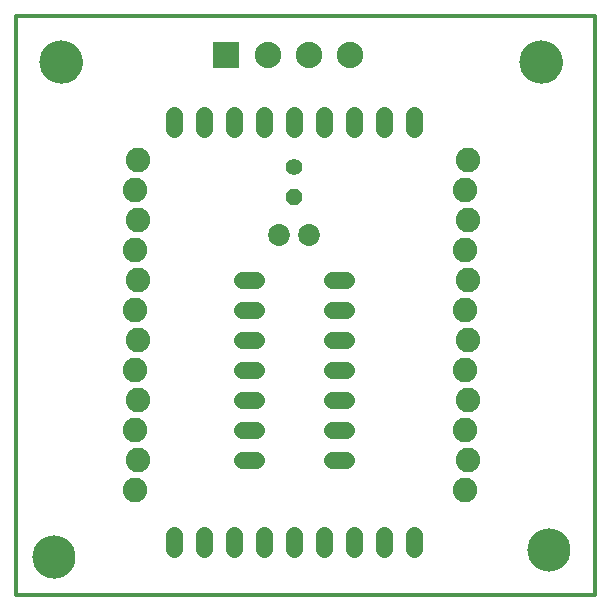
<source format=gbs>
G75*
%MOIN*%
%OFA0B0*%
%FSLAX25Y25*%
%IPPOS*%
%LPD*%
%AMOC8*
5,1,8,0,0,1.08239X$1,22.5*
%
%ADD10C,0.01200*%
%ADD11C,0.00000*%
%ADD12C,0.14400*%
%ADD13C,0.08200*%
%ADD14C,0.05600*%
%ADD15C,0.07300*%
%ADD16R,0.08800X0.08800*%
%ADD17C,0.08800*%
%ADD18C,0.05600*%
%ADD19OC8,0.05600*%
D10*
X0011733Y0001600D02*
X0011733Y0194513D01*
X0204647Y0194513D01*
X0204647Y0001600D01*
X0011733Y0001600D01*
D11*
X0017433Y0014100D02*
X0017435Y0014267D01*
X0017441Y0014434D01*
X0017451Y0014600D01*
X0017466Y0014767D01*
X0017484Y0014932D01*
X0017507Y0015098D01*
X0017533Y0015263D01*
X0017564Y0015427D01*
X0017598Y0015590D01*
X0017637Y0015752D01*
X0017679Y0015914D01*
X0017726Y0016074D01*
X0017776Y0016233D01*
X0017831Y0016391D01*
X0017889Y0016547D01*
X0017951Y0016702D01*
X0018016Y0016856D01*
X0018086Y0017007D01*
X0018159Y0017157D01*
X0018236Y0017305D01*
X0018316Y0017452D01*
X0018400Y0017596D01*
X0018488Y0017738D01*
X0018579Y0017878D01*
X0018673Y0018015D01*
X0018771Y0018151D01*
X0018872Y0018284D01*
X0018977Y0018414D01*
X0019084Y0018542D01*
X0019195Y0018667D01*
X0019308Y0018789D01*
X0019425Y0018908D01*
X0019544Y0019025D01*
X0019666Y0019138D01*
X0019791Y0019249D01*
X0019919Y0019356D01*
X0020049Y0019461D01*
X0020182Y0019562D01*
X0020318Y0019660D01*
X0020455Y0019754D01*
X0020595Y0019845D01*
X0020737Y0019933D01*
X0020881Y0020017D01*
X0021028Y0020097D01*
X0021176Y0020174D01*
X0021326Y0020247D01*
X0021477Y0020317D01*
X0021631Y0020382D01*
X0021786Y0020444D01*
X0021942Y0020502D01*
X0022100Y0020557D01*
X0022259Y0020607D01*
X0022419Y0020654D01*
X0022581Y0020696D01*
X0022743Y0020735D01*
X0022906Y0020769D01*
X0023070Y0020800D01*
X0023235Y0020826D01*
X0023401Y0020849D01*
X0023566Y0020867D01*
X0023733Y0020882D01*
X0023899Y0020892D01*
X0024066Y0020898D01*
X0024233Y0020900D01*
X0024400Y0020898D01*
X0024567Y0020892D01*
X0024733Y0020882D01*
X0024900Y0020867D01*
X0025065Y0020849D01*
X0025231Y0020826D01*
X0025396Y0020800D01*
X0025560Y0020769D01*
X0025723Y0020735D01*
X0025885Y0020696D01*
X0026047Y0020654D01*
X0026207Y0020607D01*
X0026366Y0020557D01*
X0026524Y0020502D01*
X0026680Y0020444D01*
X0026835Y0020382D01*
X0026989Y0020317D01*
X0027140Y0020247D01*
X0027290Y0020174D01*
X0027438Y0020097D01*
X0027585Y0020017D01*
X0027729Y0019933D01*
X0027871Y0019845D01*
X0028011Y0019754D01*
X0028148Y0019660D01*
X0028284Y0019562D01*
X0028417Y0019461D01*
X0028547Y0019356D01*
X0028675Y0019249D01*
X0028800Y0019138D01*
X0028922Y0019025D01*
X0029041Y0018908D01*
X0029158Y0018789D01*
X0029271Y0018667D01*
X0029382Y0018542D01*
X0029489Y0018414D01*
X0029594Y0018284D01*
X0029695Y0018151D01*
X0029793Y0018015D01*
X0029887Y0017878D01*
X0029978Y0017738D01*
X0030066Y0017596D01*
X0030150Y0017452D01*
X0030230Y0017305D01*
X0030307Y0017157D01*
X0030380Y0017007D01*
X0030450Y0016856D01*
X0030515Y0016702D01*
X0030577Y0016547D01*
X0030635Y0016391D01*
X0030690Y0016233D01*
X0030740Y0016074D01*
X0030787Y0015914D01*
X0030829Y0015752D01*
X0030868Y0015590D01*
X0030902Y0015427D01*
X0030933Y0015263D01*
X0030959Y0015098D01*
X0030982Y0014932D01*
X0031000Y0014767D01*
X0031015Y0014600D01*
X0031025Y0014434D01*
X0031031Y0014267D01*
X0031033Y0014100D01*
X0031031Y0013933D01*
X0031025Y0013766D01*
X0031015Y0013600D01*
X0031000Y0013433D01*
X0030982Y0013268D01*
X0030959Y0013102D01*
X0030933Y0012937D01*
X0030902Y0012773D01*
X0030868Y0012610D01*
X0030829Y0012448D01*
X0030787Y0012286D01*
X0030740Y0012126D01*
X0030690Y0011967D01*
X0030635Y0011809D01*
X0030577Y0011653D01*
X0030515Y0011498D01*
X0030450Y0011344D01*
X0030380Y0011193D01*
X0030307Y0011043D01*
X0030230Y0010895D01*
X0030150Y0010748D01*
X0030066Y0010604D01*
X0029978Y0010462D01*
X0029887Y0010322D01*
X0029793Y0010185D01*
X0029695Y0010049D01*
X0029594Y0009916D01*
X0029489Y0009786D01*
X0029382Y0009658D01*
X0029271Y0009533D01*
X0029158Y0009411D01*
X0029041Y0009292D01*
X0028922Y0009175D01*
X0028800Y0009062D01*
X0028675Y0008951D01*
X0028547Y0008844D01*
X0028417Y0008739D01*
X0028284Y0008638D01*
X0028148Y0008540D01*
X0028011Y0008446D01*
X0027871Y0008355D01*
X0027729Y0008267D01*
X0027585Y0008183D01*
X0027438Y0008103D01*
X0027290Y0008026D01*
X0027140Y0007953D01*
X0026989Y0007883D01*
X0026835Y0007818D01*
X0026680Y0007756D01*
X0026524Y0007698D01*
X0026366Y0007643D01*
X0026207Y0007593D01*
X0026047Y0007546D01*
X0025885Y0007504D01*
X0025723Y0007465D01*
X0025560Y0007431D01*
X0025396Y0007400D01*
X0025231Y0007374D01*
X0025065Y0007351D01*
X0024900Y0007333D01*
X0024733Y0007318D01*
X0024567Y0007308D01*
X0024400Y0007302D01*
X0024233Y0007300D01*
X0024066Y0007302D01*
X0023899Y0007308D01*
X0023733Y0007318D01*
X0023566Y0007333D01*
X0023401Y0007351D01*
X0023235Y0007374D01*
X0023070Y0007400D01*
X0022906Y0007431D01*
X0022743Y0007465D01*
X0022581Y0007504D01*
X0022419Y0007546D01*
X0022259Y0007593D01*
X0022100Y0007643D01*
X0021942Y0007698D01*
X0021786Y0007756D01*
X0021631Y0007818D01*
X0021477Y0007883D01*
X0021326Y0007953D01*
X0021176Y0008026D01*
X0021028Y0008103D01*
X0020881Y0008183D01*
X0020737Y0008267D01*
X0020595Y0008355D01*
X0020455Y0008446D01*
X0020318Y0008540D01*
X0020182Y0008638D01*
X0020049Y0008739D01*
X0019919Y0008844D01*
X0019791Y0008951D01*
X0019666Y0009062D01*
X0019544Y0009175D01*
X0019425Y0009292D01*
X0019308Y0009411D01*
X0019195Y0009533D01*
X0019084Y0009658D01*
X0018977Y0009786D01*
X0018872Y0009916D01*
X0018771Y0010049D01*
X0018673Y0010185D01*
X0018579Y0010322D01*
X0018488Y0010462D01*
X0018400Y0010604D01*
X0018316Y0010748D01*
X0018236Y0010895D01*
X0018159Y0011043D01*
X0018086Y0011193D01*
X0018016Y0011344D01*
X0017951Y0011498D01*
X0017889Y0011653D01*
X0017831Y0011809D01*
X0017776Y0011967D01*
X0017726Y0012126D01*
X0017679Y0012286D01*
X0017637Y0012448D01*
X0017598Y0012610D01*
X0017564Y0012773D01*
X0017533Y0012937D01*
X0017507Y0013102D01*
X0017484Y0013268D01*
X0017466Y0013433D01*
X0017451Y0013600D01*
X0017441Y0013766D01*
X0017435Y0013933D01*
X0017433Y0014100D01*
X0182433Y0016600D02*
X0182435Y0016767D01*
X0182441Y0016934D01*
X0182451Y0017100D01*
X0182466Y0017267D01*
X0182484Y0017432D01*
X0182507Y0017598D01*
X0182533Y0017763D01*
X0182564Y0017927D01*
X0182598Y0018090D01*
X0182637Y0018252D01*
X0182679Y0018414D01*
X0182726Y0018574D01*
X0182776Y0018733D01*
X0182831Y0018891D01*
X0182889Y0019047D01*
X0182951Y0019202D01*
X0183016Y0019356D01*
X0183086Y0019507D01*
X0183159Y0019657D01*
X0183236Y0019805D01*
X0183316Y0019952D01*
X0183400Y0020096D01*
X0183488Y0020238D01*
X0183579Y0020378D01*
X0183673Y0020515D01*
X0183771Y0020651D01*
X0183872Y0020784D01*
X0183977Y0020914D01*
X0184084Y0021042D01*
X0184195Y0021167D01*
X0184308Y0021289D01*
X0184425Y0021408D01*
X0184544Y0021525D01*
X0184666Y0021638D01*
X0184791Y0021749D01*
X0184919Y0021856D01*
X0185049Y0021961D01*
X0185182Y0022062D01*
X0185318Y0022160D01*
X0185455Y0022254D01*
X0185595Y0022345D01*
X0185737Y0022433D01*
X0185881Y0022517D01*
X0186028Y0022597D01*
X0186176Y0022674D01*
X0186326Y0022747D01*
X0186477Y0022817D01*
X0186631Y0022882D01*
X0186786Y0022944D01*
X0186942Y0023002D01*
X0187100Y0023057D01*
X0187259Y0023107D01*
X0187419Y0023154D01*
X0187581Y0023196D01*
X0187743Y0023235D01*
X0187906Y0023269D01*
X0188070Y0023300D01*
X0188235Y0023326D01*
X0188401Y0023349D01*
X0188566Y0023367D01*
X0188733Y0023382D01*
X0188899Y0023392D01*
X0189066Y0023398D01*
X0189233Y0023400D01*
X0189400Y0023398D01*
X0189567Y0023392D01*
X0189733Y0023382D01*
X0189900Y0023367D01*
X0190065Y0023349D01*
X0190231Y0023326D01*
X0190396Y0023300D01*
X0190560Y0023269D01*
X0190723Y0023235D01*
X0190885Y0023196D01*
X0191047Y0023154D01*
X0191207Y0023107D01*
X0191366Y0023057D01*
X0191524Y0023002D01*
X0191680Y0022944D01*
X0191835Y0022882D01*
X0191989Y0022817D01*
X0192140Y0022747D01*
X0192290Y0022674D01*
X0192438Y0022597D01*
X0192585Y0022517D01*
X0192729Y0022433D01*
X0192871Y0022345D01*
X0193011Y0022254D01*
X0193148Y0022160D01*
X0193284Y0022062D01*
X0193417Y0021961D01*
X0193547Y0021856D01*
X0193675Y0021749D01*
X0193800Y0021638D01*
X0193922Y0021525D01*
X0194041Y0021408D01*
X0194158Y0021289D01*
X0194271Y0021167D01*
X0194382Y0021042D01*
X0194489Y0020914D01*
X0194594Y0020784D01*
X0194695Y0020651D01*
X0194793Y0020515D01*
X0194887Y0020378D01*
X0194978Y0020238D01*
X0195066Y0020096D01*
X0195150Y0019952D01*
X0195230Y0019805D01*
X0195307Y0019657D01*
X0195380Y0019507D01*
X0195450Y0019356D01*
X0195515Y0019202D01*
X0195577Y0019047D01*
X0195635Y0018891D01*
X0195690Y0018733D01*
X0195740Y0018574D01*
X0195787Y0018414D01*
X0195829Y0018252D01*
X0195868Y0018090D01*
X0195902Y0017927D01*
X0195933Y0017763D01*
X0195959Y0017598D01*
X0195982Y0017432D01*
X0196000Y0017267D01*
X0196015Y0017100D01*
X0196025Y0016934D01*
X0196031Y0016767D01*
X0196033Y0016600D01*
X0196031Y0016433D01*
X0196025Y0016266D01*
X0196015Y0016100D01*
X0196000Y0015933D01*
X0195982Y0015768D01*
X0195959Y0015602D01*
X0195933Y0015437D01*
X0195902Y0015273D01*
X0195868Y0015110D01*
X0195829Y0014948D01*
X0195787Y0014786D01*
X0195740Y0014626D01*
X0195690Y0014467D01*
X0195635Y0014309D01*
X0195577Y0014153D01*
X0195515Y0013998D01*
X0195450Y0013844D01*
X0195380Y0013693D01*
X0195307Y0013543D01*
X0195230Y0013395D01*
X0195150Y0013248D01*
X0195066Y0013104D01*
X0194978Y0012962D01*
X0194887Y0012822D01*
X0194793Y0012685D01*
X0194695Y0012549D01*
X0194594Y0012416D01*
X0194489Y0012286D01*
X0194382Y0012158D01*
X0194271Y0012033D01*
X0194158Y0011911D01*
X0194041Y0011792D01*
X0193922Y0011675D01*
X0193800Y0011562D01*
X0193675Y0011451D01*
X0193547Y0011344D01*
X0193417Y0011239D01*
X0193284Y0011138D01*
X0193148Y0011040D01*
X0193011Y0010946D01*
X0192871Y0010855D01*
X0192729Y0010767D01*
X0192585Y0010683D01*
X0192438Y0010603D01*
X0192290Y0010526D01*
X0192140Y0010453D01*
X0191989Y0010383D01*
X0191835Y0010318D01*
X0191680Y0010256D01*
X0191524Y0010198D01*
X0191366Y0010143D01*
X0191207Y0010093D01*
X0191047Y0010046D01*
X0190885Y0010004D01*
X0190723Y0009965D01*
X0190560Y0009931D01*
X0190396Y0009900D01*
X0190231Y0009874D01*
X0190065Y0009851D01*
X0189900Y0009833D01*
X0189733Y0009818D01*
X0189567Y0009808D01*
X0189400Y0009802D01*
X0189233Y0009800D01*
X0189066Y0009802D01*
X0188899Y0009808D01*
X0188733Y0009818D01*
X0188566Y0009833D01*
X0188401Y0009851D01*
X0188235Y0009874D01*
X0188070Y0009900D01*
X0187906Y0009931D01*
X0187743Y0009965D01*
X0187581Y0010004D01*
X0187419Y0010046D01*
X0187259Y0010093D01*
X0187100Y0010143D01*
X0186942Y0010198D01*
X0186786Y0010256D01*
X0186631Y0010318D01*
X0186477Y0010383D01*
X0186326Y0010453D01*
X0186176Y0010526D01*
X0186028Y0010603D01*
X0185881Y0010683D01*
X0185737Y0010767D01*
X0185595Y0010855D01*
X0185455Y0010946D01*
X0185318Y0011040D01*
X0185182Y0011138D01*
X0185049Y0011239D01*
X0184919Y0011344D01*
X0184791Y0011451D01*
X0184666Y0011562D01*
X0184544Y0011675D01*
X0184425Y0011792D01*
X0184308Y0011911D01*
X0184195Y0012033D01*
X0184084Y0012158D01*
X0183977Y0012286D01*
X0183872Y0012416D01*
X0183771Y0012549D01*
X0183673Y0012685D01*
X0183579Y0012822D01*
X0183488Y0012962D01*
X0183400Y0013104D01*
X0183316Y0013248D01*
X0183236Y0013395D01*
X0183159Y0013543D01*
X0183086Y0013693D01*
X0183016Y0013844D01*
X0182951Y0013998D01*
X0182889Y0014153D01*
X0182831Y0014309D01*
X0182776Y0014467D01*
X0182726Y0014626D01*
X0182679Y0014786D01*
X0182637Y0014948D01*
X0182598Y0015110D01*
X0182564Y0015273D01*
X0182533Y0015437D01*
X0182507Y0015602D01*
X0182484Y0015768D01*
X0182466Y0015933D01*
X0182451Y0016100D01*
X0182441Y0016266D01*
X0182435Y0016433D01*
X0182433Y0016600D01*
X0179933Y0179100D02*
X0179935Y0179267D01*
X0179941Y0179434D01*
X0179951Y0179600D01*
X0179966Y0179767D01*
X0179984Y0179932D01*
X0180007Y0180098D01*
X0180033Y0180263D01*
X0180064Y0180427D01*
X0180098Y0180590D01*
X0180137Y0180752D01*
X0180179Y0180914D01*
X0180226Y0181074D01*
X0180276Y0181233D01*
X0180331Y0181391D01*
X0180389Y0181547D01*
X0180451Y0181702D01*
X0180516Y0181856D01*
X0180586Y0182007D01*
X0180659Y0182157D01*
X0180736Y0182305D01*
X0180816Y0182452D01*
X0180900Y0182596D01*
X0180988Y0182738D01*
X0181079Y0182878D01*
X0181173Y0183015D01*
X0181271Y0183151D01*
X0181372Y0183284D01*
X0181477Y0183414D01*
X0181584Y0183542D01*
X0181695Y0183667D01*
X0181808Y0183789D01*
X0181925Y0183908D01*
X0182044Y0184025D01*
X0182166Y0184138D01*
X0182291Y0184249D01*
X0182419Y0184356D01*
X0182549Y0184461D01*
X0182682Y0184562D01*
X0182818Y0184660D01*
X0182955Y0184754D01*
X0183095Y0184845D01*
X0183237Y0184933D01*
X0183381Y0185017D01*
X0183528Y0185097D01*
X0183676Y0185174D01*
X0183826Y0185247D01*
X0183977Y0185317D01*
X0184131Y0185382D01*
X0184286Y0185444D01*
X0184442Y0185502D01*
X0184600Y0185557D01*
X0184759Y0185607D01*
X0184919Y0185654D01*
X0185081Y0185696D01*
X0185243Y0185735D01*
X0185406Y0185769D01*
X0185570Y0185800D01*
X0185735Y0185826D01*
X0185901Y0185849D01*
X0186066Y0185867D01*
X0186233Y0185882D01*
X0186399Y0185892D01*
X0186566Y0185898D01*
X0186733Y0185900D01*
X0186900Y0185898D01*
X0187067Y0185892D01*
X0187233Y0185882D01*
X0187400Y0185867D01*
X0187565Y0185849D01*
X0187731Y0185826D01*
X0187896Y0185800D01*
X0188060Y0185769D01*
X0188223Y0185735D01*
X0188385Y0185696D01*
X0188547Y0185654D01*
X0188707Y0185607D01*
X0188866Y0185557D01*
X0189024Y0185502D01*
X0189180Y0185444D01*
X0189335Y0185382D01*
X0189489Y0185317D01*
X0189640Y0185247D01*
X0189790Y0185174D01*
X0189938Y0185097D01*
X0190085Y0185017D01*
X0190229Y0184933D01*
X0190371Y0184845D01*
X0190511Y0184754D01*
X0190648Y0184660D01*
X0190784Y0184562D01*
X0190917Y0184461D01*
X0191047Y0184356D01*
X0191175Y0184249D01*
X0191300Y0184138D01*
X0191422Y0184025D01*
X0191541Y0183908D01*
X0191658Y0183789D01*
X0191771Y0183667D01*
X0191882Y0183542D01*
X0191989Y0183414D01*
X0192094Y0183284D01*
X0192195Y0183151D01*
X0192293Y0183015D01*
X0192387Y0182878D01*
X0192478Y0182738D01*
X0192566Y0182596D01*
X0192650Y0182452D01*
X0192730Y0182305D01*
X0192807Y0182157D01*
X0192880Y0182007D01*
X0192950Y0181856D01*
X0193015Y0181702D01*
X0193077Y0181547D01*
X0193135Y0181391D01*
X0193190Y0181233D01*
X0193240Y0181074D01*
X0193287Y0180914D01*
X0193329Y0180752D01*
X0193368Y0180590D01*
X0193402Y0180427D01*
X0193433Y0180263D01*
X0193459Y0180098D01*
X0193482Y0179932D01*
X0193500Y0179767D01*
X0193515Y0179600D01*
X0193525Y0179434D01*
X0193531Y0179267D01*
X0193533Y0179100D01*
X0193531Y0178933D01*
X0193525Y0178766D01*
X0193515Y0178600D01*
X0193500Y0178433D01*
X0193482Y0178268D01*
X0193459Y0178102D01*
X0193433Y0177937D01*
X0193402Y0177773D01*
X0193368Y0177610D01*
X0193329Y0177448D01*
X0193287Y0177286D01*
X0193240Y0177126D01*
X0193190Y0176967D01*
X0193135Y0176809D01*
X0193077Y0176653D01*
X0193015Y0176498D01*
X0192950Y0176344D01*
X0192880Y0176193D01*
X0192807Y0176043D01*
X0192730Y0175895D01*
X0192650Y0175748D01*
X0192566Y0175604D01*
X0192478Y0175462D01*
X0192387Y0175322D01*
X0192293Y0175185D01*
X0192195Y0175049D01*
X0192094Y0174916D01*
X0191989Y0174786D01*
X0191882Y0174658D01*
X0191771Y0174533D01*
X0191658Y0174411D01*
X0191541Y0174292D01*
X0191422Y0174175D01*
X0191300Y0174062D01*
X0191175Y0173951D01*
X0191047Y0173844D01*
X0190917Y0173739D01*
X0190784Y0173638D01*
X0190648Y0173540D01*
X0190511Y0173446D01*
X0190371Y0173355D01*
X0190229Y0173267D01*
X0190085Y0173183D01*
X0189938Y0173103D01*
X0189790Y0173026D01*
X0189640Y0172953D01*
X0189489Y0172883D01*
X0189335Y0172818D01*
X0189180Y0172756D01*
X0189024Y0172698D01*
X0188866Y0172643D01*
X0188707Y0172593D01*
X0188547Y0172546D01*
X0188385Y0172504D01*
X0188223Y0172465D01*
X0188060Y0172431D01*
X0187896Y0172400D01*
X0187731Y0172374D01*
X0187565Y0172351D01*
X0187400Y0172333D01*
X0187233Y0172318D01*
X0187067Y0172308D01*
X0186900Y0172302D01*
X0186733Y0172300D01*
X0186566Y0172302D01*
X0186399Y0172308D01*
X0186233Y0172318D01*
X0186066Y0172333D01*
X0185901Y0172351D01*
X0185735Y0172374D01*
X0185570Y0172400D01*
X0185406Y0172431D01*
X0185243Y0172465D01*
X0185081Y0172504D01*
X0184919Y0172546D01*
X0184759Y0172593D01*
X0184600Y0172643D01*
X0184442Y0172698D01*
X0184286Y0172756D01*
X0184131Y0172818D01*
X0183977Y0172883D01*
X0183826Y0172953D01*
X0183676Y0173026D01*
X0183528Y0173103D01*
X0183381Y0173183D01*
X0183237Y0173267D01*
X0183095Y0173355D01*
X0182955Y0173446D01*
X0182818Y0173540D01*
X0182682Y0173638D01*
X0182549Y0173739D01*
X0182419Y0173844D01*
X0182291Y0173951D01*
X0182166Y0174062D01*
X0182044Y0174175D01*
X0181925Y0174292D01*
X0181808Y0174411D01*
X0181695Y0174533D01*
X0181584Y0174658D01*
X0181477Y0174786D01*
X0181372Y0174916D01*
X0181271Y0175049D01*
X0181173Y0175185D01*
X0181079Y0175322D01*
X0180988Y0175462D01*
X0180900Y0175604D01*
X0180816Y0175748D01*
X0180736Y0175895D01*
X0180659Y0176043D01*
X0180586Y0176193D01*
X0180516Y0176344D01*
X0180451Y0176498D01*
X0180389Y0176653D01*
X0180331Y0176809D01*
X0180276Y0176967D01*
X0180226Y0177126D01*
X0180179Y0177286D01*
X0180137Y0177448D01*
X0180098Y0177610D01*
X0180064Y0177773D01*
X0180033Y0177937D01*
X0180007Y0178102D01*
X0179984Y0178268D01*
X0179966Y0178433D01*
X0179951Y0178600D01*
X0179941Y0178766D01*
X0179935Y0178933D01*
X0179933Y0179100D01*
X0019933Y0179100D02*
X0019935Y0179267D01*
X0019941Y0179434D01*
X0019951Y0179600D01*
X0019966Y0179767D01*
X0019984Y0179932D01*
X0020007Y0180098D01*
X0020033Y0180263D01*
X0020064Y0180427D01*
X0020098Y0180590D01*
X0020137Y0180752D01*
X0020179Y0180914D01*
X0020226Y0181074D01*
X0020276Y0181233D01*
X0020331Y0181391D01*
X0020389Y0181547D01*
X0020451Y0181702D01*
X0020516Y0181856D01*
X0020586Y0182007D01*
X0020659Y0182157D01*
X0020736Y0182305D01*
X0020816Y0182452D01*
X0020900Y0182596D01*
X0020988Y0182738D01*
X0021079Y0182878D01*
X0021173Y0183015D01*
X0021271Y0183151D01*
X0021372Y0183284D01*
X0021477Y0183414D01*
X0021584Y0183542D01*
X0021695Y0183667D01*
X0021808Y0183789D01*
X0021925Y0183908D01*
X0022044Y0184025D01*
X0022166Y0184138D01*
X0022291Y0184249D01*
X0022419Y0184356D01*
X0022549Y0184461D01*
X0022682Y0184562D01*
X0022818Y0184660D01*
X0022955Y0184754D01*
X0023095Y0184845D01*
X0023237Y0184933D01*
X0023381Y0185017D01*
X0023528Y0185097D01*
X0023676Y0185174D01*
X0023826Y0185247D01*
X0023977Y0185317D01*
X0024131Y0185382D01*
X0024286Y0185444D01*
X0024442Y0185502D01*
X0024600Y0185557D01*
X0024759Y0185607D01*
X0024919Y0185654D01*
X0025081Y0185696D01*
X0025243Y0185735D01*
X0025406Y0185769D01*
X0025570Y0185800D01*
X0025735Y0185826D01*
X0025901Y0185849D01*
X0026066Y0185867D01*
X0026233Y0185882D01*
X0026399Y0185892D01*
X0026566Y0185898D01*
X0026733Y0185900D01*
X0026900Y0185898D01*
X0027067Y0185892D01*
X0027233Y0185882D01*
X0027400Y0185867D01*
X0027565Y0185849D01*
X0027731Y0185826D01*
X0027896Y0185800D01*
X0028060Y0185769D01*
X0028223Y0185735D01*
X0028385Y0185696D01*
X0028547Y0185654D01*
X0028707Y0185607D01*
X0028866Y0185557D01*
X0029024Y0185502D01*
X0029180Y0185444D01*
X0029335Y0185382D01*
X0029489Y0185317D01*
X0029640Y0185247D01*
X0029790Y0185174D01*
X0029938Y0185097D01*
X0030085Y0185017D01*
X0030229Y0184933D01*
X0030371Y0184845D01*
X0030511Y0184754D01*
X0030648Y0184660D01*
X0030784Y0184562D01*
X0030917Y0184461D01*
X0031047Y0184356D01*
X0031175Y0184249D01*
X0031300Y0184138D01*
X0031422Y0184025D01*
X0031541Y0183908D01*
X0031658Y0183789D01*
X0031771Y0183667D01*
X0031882Y0183542D01*
X0031989Y0183414D01*
X0032094Y0183284D01*
X0032195Y0183151D01*
X0032293Y0183015D01*
X0032387Y0182878D01*
X0032478Y0182738D01*
X0032566Y0182596D01*
X0032650Y0182452D01*
X0032730Y0182305D01*
X0032807Y0182157D01*
X0032880Y0182007D01*
X0032950Y0181856D01*
X0033015Y0181702D01*
X0033077Y0181547D01*
X0033135Y0181391D01*
X0033190Y0181233D01*
X0033240Y0181074D01*
X0033287Y0180914D01*
X0033329Y0180752D01*
X0033368Y0180590D01*
X0033402Y0180427D01*
X0033433Y0180263D01*
X0033459Y0180098D01*
X0033482Y0179932D01*
X0033500Y0179767D01*
X0033515Y0179600D01*
X0033525Y0179434D01*
X0033531Y0179267D01*
X0033533Y0179100D01*
X0033531Y0178933D01*
X0033525Y0178766D01*
X0033515Y0178600D01*
X0033500Y0178433D01*
X0033482Y0178268D01*
X0033459Y0178102D01*
X0033433Y0177937D01*
X0033402Y0177773D01*
X0033368Y0177610D01*
X0033329Y0177448D01*
X0033287Y0177286D01*
X0033240Y0177126D01*
X0033190Y0176967D01*
X0033135Y0176809D01*
X0033077Y0176653D01*
X0033015Y0176498D01*
X0032950Y0176344D01*
X0032880Y0176193D01*
X0032807Y0176043D01*
X0032730Y0175895D01*
X0032650Y0175748D01*
X0032566Y0175604D01*
X0032478Y0175462D01*
X0032387Y0175322D01*
X0032293Y0175185D01*
X0032195Y0175049D01*
X0032094Y0174916D01*
X0031989Y0174786D01*
X0031882Y0174658D01*
X0031771Y0174533D01*
X0031658Y0174411D01*
X0031541Y0174292D01*
X0031422Y0174175D01*
X0031300Y0174062D01*
X0031175Y0173951D01*
X0031047Y0173844D01*
X0030917Y0173739D01*
X0030784Y0173638D01*
X0030648Y0173540D01*
X0030511Y0173446D01*
X0030371Y0173355D01*
X0030229Y0173267D01*
X0030085Y0173183D01*
X0029938Y0173103D01*
X0029790Y0173026D01*
X0029640Y0172953D01*
X0029489Y0172883D01*
X0029335Y0172818D01*
X0029180Y0172756D01*
X0029024Y0172698D01*
X0028866Y0172643D01*
X0028707Y0172593D01*
X0028547Y0172546D01*
X0028385Y0172504D01*
X0028223Y0172465D01*
X0028060Y0172431D01*
X0027896Y0172400D01*
X0027731Y0172374D01*
X0027565Y0172351D01*
X0027400Y0172333D01*
X0027233Y0172318D01*
X0027067Y0172308D01*
X0026900Y0172302D01*
X0026733Y0172300D01*
X0026566Y0172302D01*
X0026399Y0172308D01*
X0026233Y0172318D01*
X0026066Y0172333D01*
X0025901Y0172351D01*
X0025735Y0172374D01*
X0025570Y0172400D01*
X0025406Y0172431D01*
X0025243Y0172465D01*
X0025081Y0172504D01*
X0024919Y0172546D01*
X0024759Y0172593D01*
X0024600Y0172643D01*
X0024442Y0172698D01*
X0024286Y0172756D01*
X0024131Y0172818D01*
X0023977Y0172883D01*
X0023826Y0172953D01*
X0023676Y0173026D01*
X0023528Y0173103D01*
X0023381Y0173183D01*
X0023237Y0173267D01*
X0023095Y0173355D01*
X0022955Y0173446D01*
X0022818Y0173540D01*
X0022682Y0173638D01*
X0022549Y0173739D01*
X0022419Y0173844D01*
X0022291Y0173951D01*
X0022166Y0174062D01*
X0022044Y0174175D01*
X0021925Y0174292D01*
X0021808Y0174411D01*
X0021695Y0174533D01*
X0021584Y0174658D01*
X0021477Y0174786D01*
X0021372Y0174916D01*
X0021271Y0175049D01*
X0021173Y0175185D01*
X0021079Y0175322D01*
X0020988Y0175462D01*
X0020900Y0175604D01*
X0020816Y0175748D01*
X0020736Y0175895D01*
X0020659Y0176043D01*
X0020586Y0176193D01*
X0020516Y0176344D01*
X0020451Y0176498D01*
X0020389Y0176653D01*
X0020331Y0176809D01*
X0020276Y0176967D01*
X0020226Y0177126D01*
X0020179Y0177286D01*
X0020137Y0177448D01*
X0020098Y0177610D01*
X0020064Y0177773D01*
X0020033Y0177937D01*
X0020007Y0178102D01*
X0019984Y0178268D01*
X0019966Y0178433D01*
X0019951Y0178600D01*
X0019941Y0178766D01*
X0019935Y0178933D01*
X0019933Y0179100D01*
D12*
X0026733Y0179100D03*
X0186733Y0179100D03*
X0189233Y0016600D03*
X0024233Y0014100D03*
D13*
X0051233Y0036600D03*
X0052233Y0046600D03*
X0051233Y0056600D03*
X0052233Y0066600D03*
X0051233Y0076600D03*
X0052233Y0086600D03*
X0051233Y0096600D03*
X0052233Y0106600D03*
X0051233Y0116600D03*
X0052233Y0126600D03*
X0051233Y0136600D03*
X0052233Y0146600D03*
X0161233Y0136600D03*
X0162233Y0126600D03*
X0161233Y0116600D03*
X0162233Y0106600D03*
X0161233Y0096600D03*
X0162233Y0086600D03*
X0161233Y0076600D03*
X0162233Y0066600D03*
X0161233Y0056600D03*
X0162233Y0046600D03*
X0161233Y0036600D03*
X0162233Y0146600D03*
D14*
X0144233Y0156700D02*
X0144233Y0161500D01*
X0134233Y0161500D02*
X0134233Y0156700D01*
X0124233Y0156700D02*
X0124233Y0161500D01*
X0114233Y0161500D02*
X0114233Y0156700D01*
X0104233Y0156700D02*
X0104233Y0161500D01*
X0094233Y0161500D02*
X0094233Y0156700D01*
X0084233Y0156700D02*
X0084233Y0161500D01*
X0074233Y0161500D02*
X0074233Y0156700D01*
X0064233Y0156700D02*
X0064233Y0161500D01*
X0086833Y0106600D02*
X0091633Y0106600D01*
X0091633Y0096600D02*
X0086833Y0096600D01*
X0086833Y0086600D02*
X0091633Y0086600D01*
X0091633Y0076600D02*
X0086833Y0076600D01*
X0086833Y0066600D02*
X0091633Y0066600D01*
X0091633Y0056600D02*
X0086833Y0056600D01*
X0086833Y0046600D02*
X0091633Y0046600D01*
X0116833Y0046600D02*
X0121633Y0046600D01*
X0121633Y0056600D02*
X0116833Y0056600D01*
X0116833Y0066600D02*
X0121633Y0066600D01*
X0121633Y0076600D02*
X0116833Y0076600D01*
X0116833Y0086600D02*
X0121633Y0086600D01*
X0121633Y0096600D02*
X0116833Y0096600D01*
X0116833Y0106600D02*
X0121633Y0106600D01*
X0124233Y0021500D02*
X0124233Y0016700D01*
X0114233Y0016700D02*
X0114233Y0021500D01*
X0104233Y0021500D02*
X0104233Y0016700D01*
X0094233Y0016700D02*
X0094233Y0021500D01*
X0084233Y0021500D02*
X0084233Y0016700D01*
X0074233Y0016700D02*
X0074233Y0021500D01*
X0064233Y0021500D02*
X0064233Y0016700D01*
X0134233Y0016700D02*
X0134233Y0021500D01*
X0144233Y0021500D02*
X0144233Y0016700D01*
D15*
X0109233Y0121600D03*
X0099233Y0121600D03*
D16*
X0081733Y0181600D03*
D17*
X0095513Y0181600D03*
X0109292Y0181600D03*
X0123072Y0181600D03*
D18*
X0104233Y0144100D03*
D19*
X0104233Y0134100D03*
M02*

</source>
